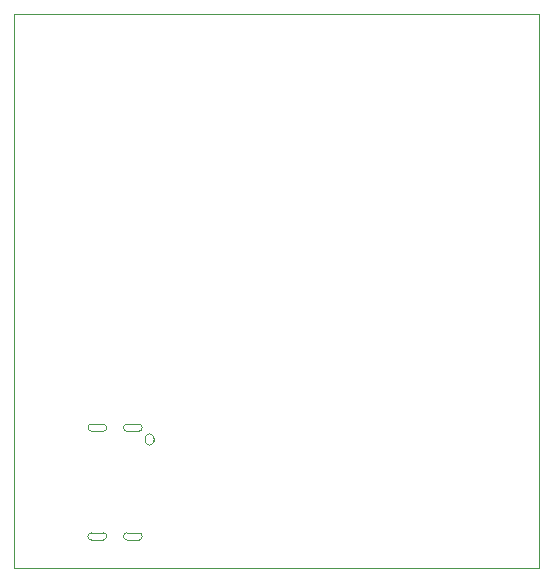
<source format=gm1>
G04 #@! TF.GenerationSoftware,KiCad,Pcbnew,(5.0.1)-4*
G04 #@! TF.CreationDate,2018-12-07T22:44:18-08:00*
G04 #@! TF.ProjectId,control_board,636F6E74726F6C5F626F6172642E6B69,rev?*
G04 #@! TF.SameCoordinates,Original*
G04 #@! TF.FileFunction,Profile,NP*
%FSLAX46Y46*%
G04 Gerber Fmt 4.6, Leading zero omitted, Abs format (unit mm)*
G04 Created by KiCad (PCBNEW (5.0.1)-4) date 12/7/2018 10:44:18 PM*
%MOMM*%
%LPD*%
G01*
G04 APERTURE LIST*
%ADD10C,0.100000*%
G04 #@! TA.AperFunction,NonConductor*
%ADD11C,0.100000*%
G04 #@! TD*
G04 APERTURE END LIST*
D10*
X173990000Y-72237600D02*
X173990000Y-25400000D01*
X129540000Y-72237600D02*
X173990000Y-72237600D01*
X129540000Y-25400000D02*
X129540000Y-72237600D01*
X173990000Y-25400000D02*
X129540000Y-25400000D01*
D11*
G04 #@! TO.C,J1*
X141395800Y-61298600D02*
G75*
G03X141020800Y-60923600I-375000J0D01*
G01*
X141020800Y-60923600D02*
G75*
G03X140645800Y-61298600I0J-375000D01*
G01*
X140645800Y-61298600D02*
X140645800Y-61498600D01*
X140645800Y-61498600D02*
G75*
G03X141020800Y-61873600I375000J0D01*
G01*
X141020800Y-61873600D02*
G75*
G03X141395800Y-61498600I0J375000D01*
G01*
X141395800Y-61498600D02*
X141395800Y-61298600D01*
X140120800Y-69898600D02*
G75*
G03X140420800Y-69598600I0J300000D01*
G01*
X140420800Y-69598600D02*
G75*
G03X140120800Y-69298600I-300000J0D01*
G01*
X140120800Y-69298600D02*
X139120800Y-69298600D01*
X139120800Y-69298600D02*
G75*
G03X138820800Y-69598600I0J-300000D01*
G01*
X138820800Y-69598600D02*
G75*
G03X139120800Y-69898600I300000J0D01*
G01*
X139120800Y-69898600D02*
X140120800Y-69898600D01*
X137120800Y-69898600D02*
G75*
G03X137420800Y-69598600I0J300000D01*
G01*
X137420800Y-69598600D02*
G75*
G03X137120800Y-69298600I-300000J0D01*
G01*
X137120800Y-69298600D02*
X136120800Y-69298600D01*
X136120800Y-69298600D02*
G75*
G03X135820800Y-69598600I0J-300000D01*
G01*
X135820800Y-69598600D02*
G75*
G03X136120800Y-69898600I300000J0D01*
G01*
X136120800Y-69898600D02*
X137120800Y-69898600D01*
X140120800Y-60698600D02*
G75*
G03X140420800Y-60398600I0J300000D01*
G01*
X140420800Y-60398600D02*
G75*
G03X140120800Y-60098600I-300000J0D01*
G01*
X140120800Y-60098600D02*
X139120800Y-60098600D01*
X139120800Y-60098600D02*
G75*
G03X138820800Y-60398600I0J-300000D01*
G01*
X138820800Y-60398600D02*
G75*
G03X139120800Y-60698600I300000J0D01*
G01*
X139120800Y-60698600D02*
X140120800Y-60698600D01*
X137120800Y-60698600D02*
G75*
G03X137420800Y-60398600I0J300000D01*
G01*
X137420800Y-60398600D02*
G75*
G03X137120800Y-60098600I-300000J0D01*
G01*
X137120800Y-60098600D02*
X136120800Y-60098600D01*
X136120800Y-60098600D02*
G75*
G03X135820800Y-60398600I0J-300000D01*
G01*
X135820800Y-60398600D02*
G75*
G03X136120800Y-60698600I300000J0D01*
G01*
X136120800Y-60698600D02*
X137120800Y-60698600D01*
G04 #@! TD*
M02*

</source>
